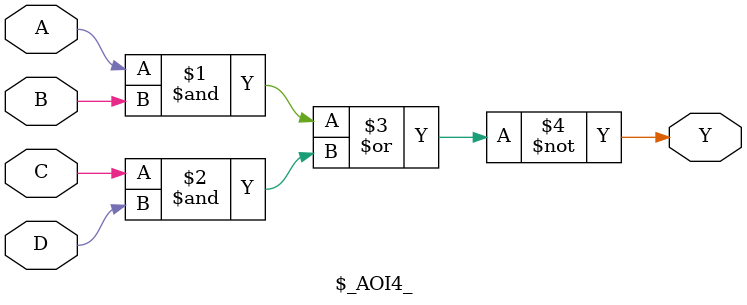
<source format=v>
module \$_AOI4_ (A, B, C, D, Y);
input A, B, C, D;
output Y;
assign Y = ~((A & B) | (C & D));
endmodule
</source>
